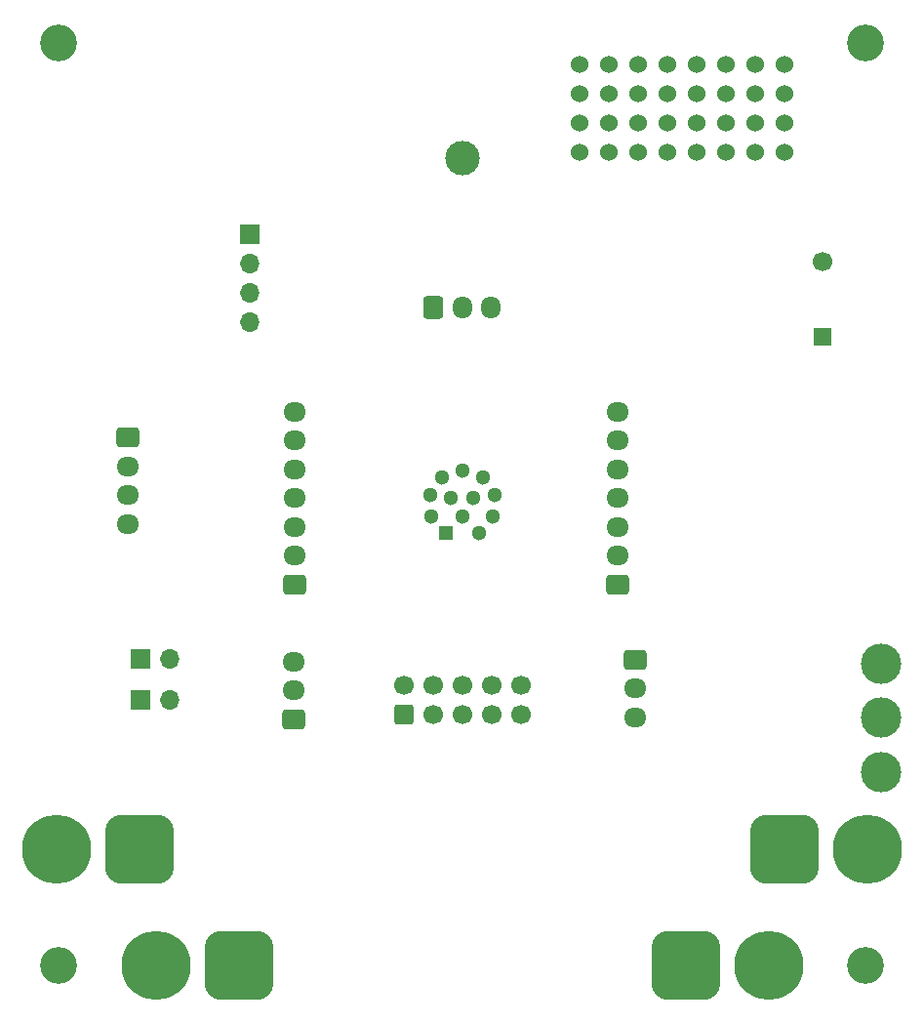
<source format=gbr>
%TF.GenerationSoftware,KiCad,Pcbnew,8.0.1*%
%TF.CreationDate,2024-06-22T00:40:19+02:00*%
%TF.ProjectId,Robuoy-Sub,526f6275-6f79-42d5-9375-622e6b696361,rev?*%
%TF.SameCoordinates,Original*%
%TF.FileFunction,Soldermask,Bot*%
%TF.FilePolarity,Negative*%
%FSLAX46Y46*%
G04 Gerber Fmt 4.6, Leading zero omitted, Abs format (unit mm)*
G04 Created by KiCad (PCBNEW 8.0.1) date 2024-06-22 00:40:19*
%MOMM*%
%LPD*%
G01*
G04 APERTURE LIST*
G04 Aperture macros list*
%AMRoundRect*
0 Rectangle with rounded corners*
0 $1 Rounding radius*
0 $2 $3 $4 $5 $6 $7 $8 $9 X,Y pos of 4 corners*
0 Add a 4 corners polygon primitive as box body*
4,1,4,$2,$3,$4,$5,$6,$7,$8,$9,$2,$3,0*
0 Add four circle primitives for the rounded corners*
1,1,$1+$1,$2,$3*
1,1,$1+$1,$4,$5*
1,1,$1+$1,$6,$7*
1,1,$1+$1,$8,$9*
0 Add four rect primitives between the rounded corners*
20,1,$1+$1,$2,$3,$4,$5,0*
20,1,$1+$1,$4,$5,$6,$7,0*
20,1,$1+$1,$6,$7,$8,$9,0*
20,1,$1+$1,$8,$9,$2,$3,0*%
G04 Aperture macros list end*
%ADD10RoundRect,1.500000X1.500000X1.500000X-1.500000X1.500000X-1.500000X-1.500000X1.500000X-1.500000X0*%
%ADD11C,6.000000*%
%ADD12RoundRect,0.250000X0.600000X-0.600000X0.600000X0.600000X-0.600000X0.600000X-0.600000X-0.600000X0*%
%ADD13C,1.700000*%
%ADD14RoundRect,0.250000X0.725000X-0.600000X0.725000X0.600000X-0.725000X0.600000X-0.725000X-0.600000X0*%
%ADD15O,1.950000X1.700000*%
%ADD16O,1.700000X1.700000*%
%ADD17R,1.700000X1.700000*%
%ADD18C,3.000000*%
%ADD19R,1.300000X1.300000*%
%ADD20C,1.300000*%
%ADD21C,1.524000*%
%ADD22C,3.200000*%
%ADD23RoundRect,1.500000X-1.500000X-1.500000X1.500000X-1.500000X1.500000X1.500000X-1.500000X1.500000X0*%
%ADD24RoundRect,0.250000X-0.725000X0.600000X-0.725000X-0.600000X0.725000X-0.600000X0.725000X0.600000X0*%
%ADD25C,3.500000*%
%ADD26R,1.650000X1.650000*%
%ADD27RoundRect,0.250000X-0.600000X-0.725000X0.600000X-0.725000X0.600000X0.725000X-0.600000X0.725000X0*%
%ADD28O,1.700000X1.950000*%
G04 APERTURE END LIST*
D10*
%TO.C,J206*%
X106410000Y-137890000D03*
D11*
X99210000Y-137890000D03*
%TD*%
D12*
%TO.C,J101*%
X120730000Y-116142500D03*
D13*
X120730000Y-113602500D03*
X123270000Y-116142500D03*
X123270000Y-113602500D03*
X125810000Y-116142500D03*
X125810000Y-113602500D03*
X128350000Y-116142500D03*
X128350000Y-113602500D03*
X130890000Y-116142500D03*
X130890000Y-113602500D03*
%TD*%
D14*
%TO.C,J104*%
X111210000Y-116590000D03*
D15*
X111210000Y-114090000D03*
X111210000Y-111590000D03*
%TD*%
D16*
%TO.C,SW102*%
X100450000Y-114890000D03*
D17*
X97910000Y-114890000D03*
%TD*%
D18*
%TO.C,TP206*%
X125810000Y-67890000D03*
%TD*%
D19*
%TO.C,J204*%
X124382000Y-100414000D03*
D20*
X127238000Y-100414000D03*
X128482000Y-99017000D03*
X128614000Y-97152000D03*
X127580000Y-95593000D03*
X125810000Y-94990000D03*
X124040000Y-95593000D03*
X123006000Y-97152000D03*
X123138000Y-99017000D03*
X125810000Y-98990000D03*
X126763000Y-97340000D03*
X124857000Y-97340000D03*
%TD*%
D17*
%TO.C,J103*%
X107335000Y-74490000D03*
D16*
X107335000Y-77030000D03*
X107335000Y-79570000D03*
X107335000Y-82110000D03*
%TD*%
D14*
%TO.C,J202*%
X111310000Y-104890000D03*
D15*
X111310000Y-102390000D03*
X111310000Y-99890000D03*
X111310000Y-97390000D03*
X111310000Y-94890000D03*
X111310000Y-92390000D03*
X111310000Y-89890000D03*
%TD*%
D21*
%TO.C,TP301*%
X135970000Y-59790000D03*
X138510000Y-59790000D03*
X141050000Y-59790000D03*
X143590000Y-59790000D03*
X135970000Y-62330000D03*
X138510000Y-62330000D03*
X141050000Y-62330000D03*
X143590000Y-62330000D03*
X135970000Y-64870000D03*
X138510000Y-64870000D03*
X141050000Y-64870000D03*
X143590000Y-64870000D03*
X135970000Y-67410000D03*
X138510000Y-67410000D03*
X141050000Y-67410000D03*
X143590000Y-67410000D03*
%TD*%
D22*
%TO.C,H301*%
X160810000Y-137890000D03*
%TD*%
D23*
%TO.C,J205*%
X153810000Y-127890000D03*
D11*
X161010000Y-127890000D03*
%TD*%
D24*
%TO.C,J105*%
X140835000Y-111390000D03*
D15*
X140835000Y-113890000D03*
X140835000Y-116390000D03*
%TD*%
D22*
%TO.C,H304*%
X160810000Y-57890000D03*
%TD*%
D25*
%TO.C,SW201*%
X162132000Y-121132000D03*
X162132000Y-116432000D03*
X162132000Y-111732000D03*
%TD*%
D14*
%TO.C,J203*%
X139310000Y-104890000D03*
D15*
X139310000Y-102390000D03*
X139310000Y-99890000D03*
X139310000Y-97390000D03*
X139310000Y-94890000D03*
X139310000Y-92390000D03*
X139310000Y-89890000D03*
%TD*%
D22*
%TO.C,H303*%
X90810000Y-57890000D03*
%TD*%
D10*
%TO.C,J201*%
X97810000Y-127890000D03*
D11*
X90610000Y-127890000D03*
%TD*%
D24*
%TO.C,J106*%
X96810000Y-92128000D03*
D15*
X96810000Y-94628000D03*
X96810000Y-97128000D03*
X96810000Y-99628000D03*
%TD*%
D26*
%TO.C,BZ101*%
X157036000Y-83360000D03*
D13*
X157036000Y-76860000D03*
%TD*%
D21*
%TO.C,TP302*%
X146130000Y-59790000D03*
X148670000Y-59790000D03*
X151210000Y-59790000D03*
X153750000Y-59790000D03*
X146130000Y-62330000D03*
X148670000Y-62330000D03*
X151210000Y-62330000D03*
X153750000Y-62330000D03*
X146130000Y-64870000D03*
X148670000Y-64870000D03*
X151210000Y-64870000D03*
X153750000Y-64870000D03*
X146130000Y-67410000D03*
X148670000Y-67410000D03*
X151210000Y-67410000D03*
X153750000Y-67410000D03*
%TD*%
D23*
%TO.C,J207*%
X145210000Y-137890000D03*
D11*
X152410000Y-137890000D03*
%TD*%
D22*
%TO.C,H302*%
X90810000Y-137890000D03*
%TD*%
D27*
%TO.C,J102*%
X123310000Y-80872000D03*
D28*
X125810000Y-80872000D03*
X128310000Y-80872000D03*
%TD*%
D17*
%TO.C,SW101*%
X97910000Y-111334000D03*
D16*
X100450000Y-111334000D03*
%TD*%
M02*

</source>
